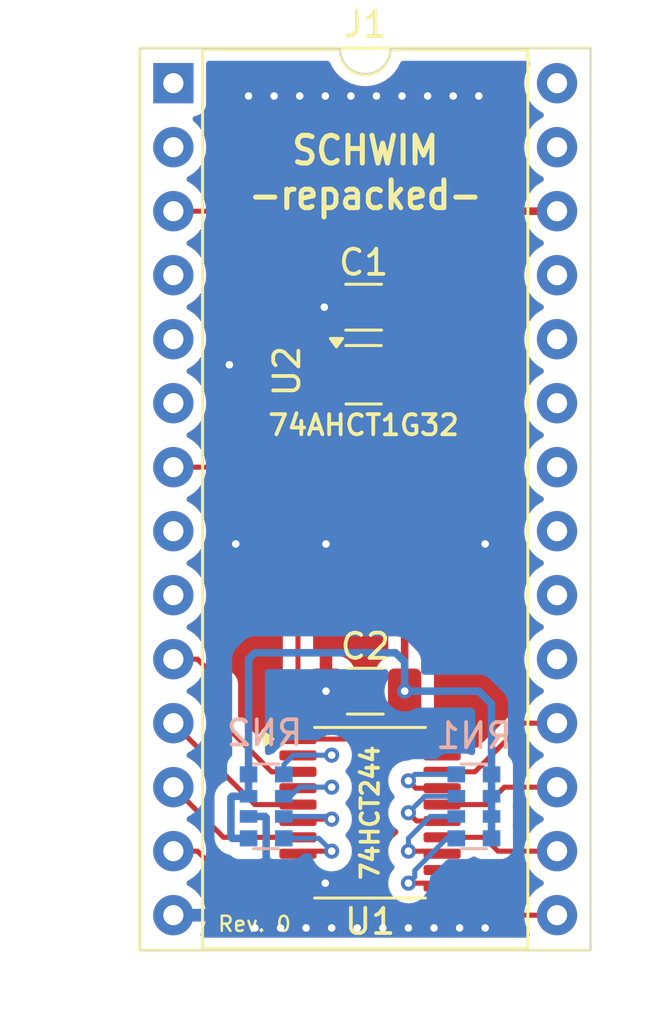
<source format=kicad_pcb>
(kicad_pcb (version 20240108) (generator "pcbnew") (generator_version "8.0")
  (layers (0 "F.Cu" signal) (31 "B.Cu" signal) (34 "B.Paste" user) (35 "F.Paste" user) (36 "B.SilkS" user "B.Silkscreen") (37 "F.SilkS" user "F.Silkscreen") (38 "B.Mask" user) (39 "F.Mask" user) (44 "Edge.Cuts" user))
  (net 0 "")
  (net 1 "GND")
  (net 2 "VCC")
  (net 5 "/D6")
  (net 9 "/A0")
  (net 12 "/D0")
  (net 15 "/D7")
  (net 16 "/D5")
  (net 18 "/D3")
  (net 22 "/D4")
  (net 25 "/~{DEV}")
  (net 26 "/D2")
  (net 28 "/D1")
  (net 29 "/RD3")
  (net 30 "/RD1")
  (net 31 "/RD0")
  (net 32 "/RD2")
  (net 33 "/RD5")
  (net 34 "/RD6")
  (net 35 "/RD4")
  (net 36 "/RD7")
  (net 37 "/CONTROL")
  (footprint "Capacitor_SMD:C_1206_3216Metric_Pad1.33x1.80mm_HandSolder" (layer "F.Cu") (at 95.25 68.072 180)
    (property "Reference" "C1" (at 0 1.778 0) (layer "F.SilkS"))
    (property "Value" "100nF")
    (fp_line (start -0.711252 0.91) (end 0.711252 0.91) (stroke (width 0.12)) (layer "F.SilkS"))
    (fp_line (start -0.711252 -0.91) (end 0.711252 -0.91) (stroke (width 0.12)) (layer "F.SilkS"))
    (pad "1" smd roundrect (at -1.5625 0 180) (size 1.325 1.8) (layers "F.Cu" "F.Paste" "F.Mask") (roundrect_rratio 0.188679) (net 2 "VCC"))
    (pad "2" smd roundrect (at 1.5625 0 180) (size 1.325 1.8) (layers "F.Cu" "F.Paste" "F.Mask") (roundrect_rratio 0.188679) (net 1 "GND"))
  )
  (footprint "Package_TO_SOT_SMD:SOT-353_SC-70-5_Handsoldering" (layer "F.Cu") (at 95.25 70.754)
    (property "Reference" "U2" (at -3.048 -0.142 90) (layer "F.SilkS"))
    (property "Value" "74AHCT1G32" (at 0 2 180) (layer "F.SilkS") (effects (font (size 0.8 0.8))))
    (fp_line (start -0.71 -1.16) (end 0.7 -1.16) (stroke (width 0.12)) (layer "F.SilkS"))
    (fp_line (start -0.7 1.16) (end 0.7 1.16) (stroke (width 0.12)) (layer "F.SilkS"))
    (fp_poly (pts (xy -1.08 -1.11) (xy -1.32 -1.44) (xy -0.84 -1.44) (xy -1.08 -1.11)) (stroke (width 0.12)) (fill solid) (layer "F.SilkS"))
    (pad "1" smd roundrect (at -1.33 -0.65) (size 1.5 0.4) (layers "F.Cu" "F.Paste" "F.Mask") (net 9 "/A0"))
    (pad "2" smd roundrect (at -1.33 0) (size 1.5 0.4) (layers "F.Cu" "F.Paste" "F.Mask") (net 25 "/~{DEV}"))
    (pad "3" smd roundrect (at -1.33 0.65) (size 1.5 0.4) (layers "F.Cu" "F.Paste" "F.Mask") (net 1 "GND"))
    (pad "4" smd roundrect (at 1.33 0.65) (size 1.5 0.4) (layers "F.Cu" "F.Paste" "F.Mask") (net 37 "/CONTROL"))
    (pad "5" smd roundrect (at 1.33 -0.65) (size 1.5 0.4) (layers "F.Cu" "F.Paste" "F.Mask") (net 2 "VCC"))
  )
  (footprint "Package_DIP:DIP-28_W15.24mm_Socket" (layer "F.Cu") (at 87.6915 59.182)
    (property "Reference" "J1" (at 7.62 -2.33 0) (layer "F.SilkS"))
    (property "Value" "SWIM Connector")
    (fp_line (start -1.33 -1.39) (end -1.33 34.41) (stroke (width 0.12)) (layer "F.SilkS"))
    (fp_line (start -1.33 34.41) (end 16.57 34.41) (stroke (width 0.12)) (layer "F.SilkS"))
    (fp_line (start 1.16 -1.33) (end 1.16 34.35) (stroke (width 0.12)) (layer "F.SilkS"))
    (fp_line (start 1.16 34.35) (end 14.08 34.35) (stroke (width 0.12)) (layer "F.SilkS"))
    (fp_line (start 6.62 -1.33) (end 1.16 -1.33) (stroke (width 0.12)) (layer "F.SilkS"))
    (fp_line (start 14.08 -1.33) (end 8.62 -1.33) (stroke (width 0.12)) (layer "F.SilkS"))
    (fp_line (start 14.08 34.35) (end 14.08 -1.33) (stroke (width 0.12)) (layer "F.SilkS"))
    (fp_line (start 16.57 -1.39) (end -1.33 -1.39) (stroke (width 0.12)) (layer "F.SilkS"))
    (fp_line (start 16.57 34.41) (end 16.57 -1.39) (stroke (width 0.12)) (layer "F.SilkS"))
    (fp_arc (start 8.62 -1.33) (mid 7.62 -0.33) (end 6.62 -1.33) (stroke (width 0.12)) (layer "F.SilkS"))
    (pad "1" thru_hole rect (at 0 0) (size 1.6 1.6) (drill 0.8) (layers "*.Cu" "*.Mask"))
    (pad "2" thru_hole oval (at 0 2.54) (size 1.6 1.6) (drill 0.8) (layers "*.Cu" "*.Mask"))
    (pad "3" thru_hole oval (at 0 5.08) (size 1.6 1.6) (drill 0.8) (layers "*.Cu" "*.Mask") (net 9 "/A0"))
    (pad "4" thru_hole oval (at 0 7.62) (size 1.6 1.6) (drill 0.8) (layers "*.Cu" "*.Mask"))
    (pad "5" thru_hole oval (at 0 10.16) (size 1.6 1.6) (drill 0.8) (layers "*.Cu" "*.Mask"))
    (pad "6" thru_hole oval (at 0 12.7) (size 1.6 1.6) (drill 0.8) (layers "*.Cu" "*.Mask"))
    (pad "7" thru_hole oval (at 0 15.24) (size 1.6 1.6) (drill 0.8) (layers "*.Cu" "*.Mask") (net 25 "/~{DEV}"))
    (pad "8" thru_hole oval (at 0 17.78) (size 1.6 1.6) (drill 0.8) (layers "*.Cu" "*.Mask"))
    (pad "9" thru_hole oval (at 0 20.32) (size 1.6 1.6) (drill 0.8) (layers "*.Cu" "*.Mask"))
    (pad "10" thru_hole oval (at 0 22.86) (size 1.6 1.6) (drill 0.8) (layers "*.Cu" "*.Mask") (net 12 "/D0"))
    (pad "11" thru_hole oval (at 0 25.4) (size 1.6 1.6) (drill 0.8) (layers "*.Cu" "*.Mask") (net 28 "/D1"))
    (pad "12" thru_hole oval (at 0 27.94) (size 1.6 1.6) (drill 0.8) (layers "*.Cu" "*.Mask") (net 26 "/D2"))
    (pad "13" thru_hole oval (at 0 30.48) (size 1.6 1.6) (drill 0.8) (layers "*.Cu" "*.Mask") (net 18 "/D3"))
    (pad "14" thru_hole oval (at 0 33.02) (size 1.6 1.6) (drill 0.8) (layers "*.Cu" "*.Mask") (net 1 "GND"))
    (pad "15" thru_hole oval (at 15.24 33.02) (size 1.6 1.6) (drill 0.8) (layers "*.Cu" "*.Mask") (net 22 "/D4"))
    (pad "16" thru_hole oval (at 15.24 30.48) (size 1.6 1.6) (drill 0.8) (layers "*.Cu" "*.Mask") (net 16 "/D5"))
    (pad "17" thru_hole oval (at 15.24 27.94) (size 1.6 1.6) (drill 0.8) (layers "*.Cu" "*.Mask") (net 5 "/D6"))
    (pad "18" thru_hole oval (at 15.24 25.4) (size 1.6 1.6) (drill 0.8) (layers "*.Cu" "*.Mask") (net 15 "/D7"))
    (pad "19" thru_hole oval (at 15.24 22.86) (size 1.6 1.6) (drill 0.8) (layers "*.Cu" "*.Mask"))
    (pad "20" thru_hole oval (at 15.24 20.32) (size 1.6 1.6) (drill 0.8) (layers "*.Cu" "*.Mask"))
    (pad "21" thru_hole oval (at 15.24 17.78) (size 1.6 1.6) (drill 0.8) (layers "*.Cu" "*.Mask"))
    (pad "22" thru_hole oval (at 15.24 15.24) (size 1.6 1.6) (drill 0.8) (layers "*.Cu" "*.Mask"))
    (pad "23" thru_hole oval (at 15.24 12.7) (size 1.6 1.6) (drill 0.8) (layers "*.Cu" "*.Mask"))
    (pad "24" thru_hole oval (at 15.24 10.16) (size 1.6 1.6) (drill 0.8) (layers "*.Cu" "*.Mask"))
    (pad "25" thru_hole oval (at 15.24 7.62) (size 1.6 1.6) (drill 0.8) (layers "*.Cu" "*.Mask"))
    (pad "26" thru_hole oval (at 15.24 5.08) (size 1.6 1.6) (drill 0.8) (layers "*.Cu" "*.Mask") (net 2 "VCC"))
    (pad "27" thru_hole oval (at 15.24 2.54) (size 1.6 1.6) (drill 0.8) (layers "*.Cu" "*.Mask"))
    (pad "28" thru_hole oval (at 15.24 0) (size 1.6 1.6) (drill 0.8) (layers "*.Cu" "*.Mask"))
  )
  (footprint "Capacitor_SMD:C_1206_3216Metric_Pad1.33x1.80mm_HandSolder" (layer "F.Cu") (at 95.3165 83.312 180)
    (property "Reference" "C2" (at 0 1.778 180) (layer "F.SilkS"))
    (property "Value" "100nF")
    (fp_line (start -0.711252 0.91) (end 0.711252 0.91) (stroke (width 0.12)) (layer "F.SilkS"))
    (fp_line (start -0.711252 -0.91) (end 0.711252 -0.91) (stroke (width 0.12)) (layer "F.SilkS"))
    (pad "1" smd roundrect (at -1.5625 0 180) (size 1.325 1.8) (layers "F.Cu" "F.Paste" "F.Mask") (roundrect_rratio 0.188679) (net 2 "VCC"))
    (pad "2" smd roundrect (at 1.5625 0 180) (size 1.325 1.8) (layers "F.Cu" "F.Paste" "F.Mask") (roundrect_rratio 0.188679) (net 1 "GND"))
  )
  (footprint "Package_SO:TSSOP-20_4.4x6.5mm_P0.65mm" (layer "F.Cu") (at 95.504 88.138)
    (property "Reference" "U1" (at 0 4.318 0) (layer "F.SilkS"))
    (property "Value" "74HCT244" (at 0 0 90) (layer "F.SilkS") (effects (font (size 0.7 0.7))))
    (fp_line (start 0 -3.385) (end -2.2 -3.385) (stroke (width 0.12)) (layer "F.SilkS"))
    (fp_line (start 0 -3.385) (end 2.2 -3.385) (stroke (width 0.12)) (layer "F.SilkS"))
    (fp_line (start 0 3.385) (end -2.2 3.385) (stroke (width 0.12)) (layer "F.SilkS"))
    (fp_line (start 0 3.385) (end 2.2 3.385) (stroke (width 0.12)) (layer "F.SilkS"))
    (fp_poly (pts (xy -3.86 -2.925) (xy -4.19 -3.165) (xy -4.19 -2.685) (xy -3.86 -2.925)) (stroke (width 0.12)) (fill solid) (layer "F.SilkS"))
    (pad "1" smd roundrect (at -2.8625 -2.925) (size 1.475 0.4) (layers "F.Cu" "F.Paste" "F.Mask") (net 37 "/CONTROL"))
    (pad "2" smd roundrect (at -2.8625 -2.275) (size 1.475 0.4) (layers "F.Cu" "F.Paste" "F.Mask") (net 36 "/RD7"))
    (pad "3" smd roundrect (at -2.8625 -1.625) (size 1.475 0.4) (layers "F.Cu" "F.Paste" "F.Mask") (net 12 "/D0"))
    (pad "4" smd roundrect (at -2.8625 -0.975) (size 1.475 0.4) (layers "F.Cu" "F.Paste" "F.Mask") (net 34 "/RD6"))
    (pad "5" smd roundrect (at -2.8625 -0.325) (size 1.475 0.4) (layers "F.Cu" "F.Paste" "F.Mask") (net 28 "/D1"))
    (pad "6" smd roundrect (at -2.8625 0.325) (size 1.475 0.4) (layers "F.Cu" "F.Paste" "F.Mask") (net 33 "/RD5"))
    (pad "7" smd roundrect (at -2.8625 0.975) (size 1.475 0.4) (layers "F.Cu" "F.Paste" "F.Mask") (net 26 "/D2"))
    (pad "8" smd roundrect (at -2.8625 1.625) (size 1.475 0.4) (layers "F.Cu" "F.Paste" "F.Mask") (net 35 "/RD4"))
    (pad "9" smd roundrect (at -2.8625 2.275) (size 1.475 0.4) (layers "F.Cu" "F.Paste" "F.Mask") (net 18 "/D3"))
    (pad "10" smd roundrect (at -2.8625 2.925) (size 1.475 0.4) (layers "F.Cu" "F.Paste" "F.Mask") (net 1 "GND"))
    (pad "11" smd roundrect (at 2.8625 2.925) (size 1.475 0.4) (layers "F.Cu" "F.Paste" "F.Mask") (net 29 "/RD3"))
    (pad "12" smd roundrect (at 2.8625 2.275) (size 1.475 0.4) (layers "F.Cu" "F.Paste" "F.Mask") (net 22 "/D4"))
    (pad "13" smd roundrect (at 2.8625 1.625) (size 1.475 0.4) (layers "F.Cu" "F.Paste" "F.Mask") (net 32 "/RD2"))
    (pad "14" smd roundrect (at 2.8625 0.975) (size 1.475 0.4) (layers "F.Cu" "F.Paste" "F.Mask") (net 16 "/D5"))
    (pad "15" smd roundrect (at 2.8625 0.325) (size 1.475 0.4) (layers "F.Cu" "F.Paste" "F.Mask") (net 30 "/RD1"))
    (pad "16" smd roundrect (at 2.8625 -0.325) (size 1.475 0.4) (layers "F.Cu" "F.Paste" "F.Mask") (net 5 "/D6"))
    (pad "17" smd roundrect (at 2.8625 -0.975) (size 1.475 0.4) (layers "F.Cu" "F.Paste" "F.Mask") (net 31 "/RD0"))
    (pad "18" smd roundrect (at 2.8625 -1.625) (size 1.475 0.4) (layers "F.Cu" "F.Paste" "F.Mask") (net 15 "/D7"))
    (pad "19" smd roundrect (at 2.8625 -2.275) (size 1.475 0.4) (layers "F.Cu" "F.Paste" "F.Mask") (net 37 "/CONTROL"))
    (pad "20" smd roundrect (at 2.8625 -2.925) (size 1.475 0.4) (layers "F.Cu" "F.Paste" "F.Mask") (net 2 "VCC"))
  )
  (footprint "Resistor_SMD:R_Array_Convex_4x0612" (layer "B.Cu") (at 91.378 87.884)
    (property "Reference" "RN2" (at -0.064 -2.911 0) (layer "B.SilkS") (effects (justify mirror)))
    (property "Value" "4.7K")
    (fp_line (start -0.5 -1.68) (end 0.5 -1.68) (stroke (width 0.12)) (layer "B.SilkS"))
    (fp_line (start -0.5 1.68) (end 0.5 1.68) (stroke (width 0.12)) (layer "B.SilkS"))
    (pad "1" smd rect (at -0.7 1.27) (size 0.7 0.64) (layers "B.Cu" "B.Paste" "B.Mask") (net 2 "VCC"))
    (pad "2" smd rect (at -0.7 0.4) (size 0.7 0.5) (layers "B.Cu" "B.Paste" "B.Mask") (net 1 "GND"))
    (pad "3" smd rect (at -0.7 -0.4) (size 0.7 0.5) (layers "B.Cu" "B.Paste" "B.Mask") (net 2 "VCC"))
    (pad "4" smd rect (at -0.7 -1.27) (size 0.7 0.64) (layers "B.Cu" "B.Paste" "B.Mask") (net 2 "VCC"))
    (pad "5" smd rect (at 0.7 -1.27) (size 0.7 0.64) (layers "B.Cu" "B.Paste" "B.Mask") (net 36 "/RD7"))
    (pad "6" smd rect (at 0.7 -0.4) (size 0.7 0.5) (layers "B.Cu" "B.Paste" "B.Mask") (net 34 "/RD6"))
    (pad "7" smd rect (at 0.7 0.4) (size 0.7 0.5) (layers "B.Cu" "B.Paste" "B.Mask") (net 33 "/RD5"))
    (pad "8" smd rect (at 0.7 1.27) (size 0.7 0.64) (layers "B.Cu" "B.Paste" "B.Mask") (net 35 "/RD4"))
  )
  (footprint "Resistor_SMD:R_Array_Convex_4x0612" (layer "B.Cu") (at 99.63 87.884 180)
    (property "Reference" "RN1" (at 0 2.8 0) (layer "B.SilkS") (effects (justify mirror)))
    (property "Value" "4.7K")
    (fp_line (start -0.5 1.68) (end 0.5 1.68) (stroke (width 0.12)) (layer "B.SilkS"))
    (fp_line (start -0.5 -1.68) (end 0.5 -1.68) (stroke (width 0.12)) (layer "B.SilkS"))
    (pad "1" smd rect (at -0.7 1.27 180) (size 0.7 0.64) (layers "B.Cu" "B.Paste" "B.Mask") (net 2 "VCC"))
    (pad "2" smd rect (at -0.7 0.4 180) (size 0.7 0.5) (layers "B.Cu" "B.Paste" "B.Mask") (net 2 "VCC"))
    (pad "3" smd rect (at -0.7 -0.4 180) (size 0.7 0.5) (layers "B.Cu" "B.Paste" "B.Mask") (net 2 "VCC"))
    (pad "4" smd rect (at -0.7 -1.27 180) (size 0.7 0.64) (layers "B.Cu" "B.Paste" "B.Mask") (net 2 "VCC"))
    (pad "5" smd rect (at 0.7 -1.27 180) (size 0.7 0.64) (layers "B.Cu" "B.Paste" "B.Mask") (net 29 "/RD3"))
    (pad "6" smd rect (at 0.7 -0.4 180) (size 0.7 0.5) (layers "B.Cu" "B.Paste" "B.Mask") (net 32 "/RD2"))
    (pad "7" smd rect (at 0.7 0.4 180) (size 0.7 0.5) (layers "B.Cu" "B.Paste" "B.Mask") (net 30 "/RD1"))
    (pad "8" smd rect (at 0.7 1.27 180) (size 0.7 0.64) (layers "B.Cu" "B.Paste" "B.Mask") (net 31 "/RD0"))
  )
  (gr_line (start 96.3168 57.792) (end 104.2615 57.792) (stroke (width 0.05)) (layer "Edge.Cuts"))
  (gr_line (start 104.2615 93.592) (end 86.3615 93.592) (stroke (width 0.05)) (layer "Edge.Cuts"))
  (gr_line (start 86.3615 57.792) (end 94.3062 57.792) (stroke (width 0.05)) (layer "Edge.Cuts"))
  (gr_line (start 86.3615 93.592) (end 86.3615 57.792) (stroke (width 0.05)) (layer "Edge.Cuts"))
  (gr_line (start 104.2615 57.792) (end 104.2615 93.592) (stroke (width 0.05)) (layer "Edge.Cuts"))
  (gr_arc (start 96.3168 57.792) (mid 95.3115 58.7973) (end 94.3062 57.792) (stroke (width 0.05)) (layer "Edge.Cuts"))
  (gr_text "SCHWIM\n-repacked-" (at 95.3165 62.738 0) (layer "F.SilkS") (effects (font (size 1.1 1) (thickness 0.2) (bold yes))))
  (gr_text "Rev. 0" (at 89.408 92.202 0) (layer "F.SilkS") (effects (font (size 0.6 0.6) (thickness 0.1) (bold yes)) (justify left top)))
  (segment (start 90.678 59.69) (end 99.822 59.69) (width 0.3) (layer "F.Cu") (net 1))
  (segment (start 94.488 68.072) (end 93.6875 68.072) (width 0.3) (layer "F.Cu") (net 1))
  (segment (start 95.25 68.834) (end 94.488 68.072) (width 0.3) (layer "F.Cu") (net 1))
  (segment (start 95.25 70.823999) (end 95.25 68.834) (width 0.3) (layer "F.Cu") (net 1))
  (segment (start 94.669999 71.404) (end 95.25 70.823999) (width 0.3) (layer "F.Cu") (net 1))
  (segment (start 100.076 92.71) (end 90.932 92.71) (width 0.3) (layer "F.Cu") (net 1))
  (segment (start 93.6875 59.7285) (end 93.726 59.69) (width 0.3) (layer "F.Cu") (net 1))
  (segment (start 93.754 83.312) (end 93.754 77.47) (width 0.3) (layer "F.Cu") (net 1))
  (segment (start 93.726 90.932) (end 93.595 91.063) (width 0.3) (layer "F.Cu") (net 1))
  (segment (start 93.92 71.404) (end 94.669999 71.404) (width 0.3) (layer "F.Cu") (net 1))
  (segment (start 93.6875 68.072) (end 93.6875 59.7285) (width 0.3) (layer "F.Cu") (net 1))
  (segment (start 93.595 91.063) (end 92.6415 91.063) (width 0.3) (layer "F.Cu") (net 1))
  (via (at 91.948 92.71) (size 0.6) (drill 0.3) (layers "F.Cu" "B.Cu") (net 1))
  (via (at 94.996 92.71) (size 0.6) (drill 0.3) (layers "F.Cu" "B.Cu") (net 1))
  (via (at 96.012 92.71) (size 0.6) (drill 0.3) (layers "F.Cu" "B.Cu") (net 1))
  (via (at 93.6875 68.072) (size 0.6) (drill 0.3) (layers "F.Cu" "B.Cu") (net 1))
  (via (at 96.774 59.69) (size 0.6) (drill 0.3) (layers "F.Cu" "B.Cu") (net 1))
  (via (at 93.726 90.932) (size 0.6) (drill 0.3) (layers "F.Cu" "B.Cu") (net 1))
  (via (at 93.754 83.312) (size 0.6) (drill 0.3) (layers "F.Cu" "B.Cu") (net 1))
  (via (at 98.806 59.69) (size 0.6) (drill 0.3) (layers "F.Cu" "B.Cu") (net 1))
  (via (at 99.06 92.71) (size 0.6) (drill 0.3) (layers "F.Cu" "B.Cu") (net 1))
  (via (at 90.678 59.69) (size 0.6) (drill 0.3) (layers "F.Cu" "B.Cu") (net 1))
  (via (at 90.932 92.71) (size 0.6) (drill 0.3) (layers "F.Cu" "B.Cu") (net 1))
  (via (at 100.076 92.71) (size 0.6) (drill 0.3) (layers "F.Cu" "B.Cu") (net 1))
  (via (at 93.98 92.71) (size 0.6) (drill 0.3) (layers "F.Cu" "B.Cu") (net 1))
  (via (at 92.964 92.71) (size 0.6) (drill 0.3) (layers "F.Cu" "B.Cu") (net 1))
  (via (at 98.044 92.71) (size 0.6) (drill 0.3) (layers "F.Cu" "B.Cu") (net 1))
  (via (at 100.076 77.47) (size 0.6) (drill 0.3) (layers "F.Cu" "B.Cu") (net 1))
  (via (at 97.79 59.69) (size 0.6) (drill 0.3) (layers "F.Cu" "B.Cu") (net 1))
  (via (at 93.754 77.47) (size 0.6) (drill 0.3) (layers "F.Cu" "B.Cu") (net 1))
  (via (at 99.822 59.69) (size 0.6) (drill 0.3) (layers "F.Cu" "B.Cu") (net 1))
  (via (at 91.694 59.69) (size 0.6) (drill 0.3) (layers "F.Cu" "B.Cu") (net 1))
  (via (at 90.17 77.47) (size 0.6) (drill 0.3) (layers "F.Cu" "B.Cu") (net 1))
  (via (at 95.758 59.69) (size 0.6) (drill 0.3) (layers "F.Cu" "B.Cu") (net 1))
  (via (at 94.742 59.69) (size 0.6) (drill 0.3) (layers "F.Cu" "B.Cu") (net 1))
  (via (at 93.726 59.69) (size 0.6) (drill 0.3) (layers "F.Cu" "B.Cu") (net 1))
  (via (at 97.028 92.71) (size 0.6) (drill 0.3) (layers "F.Cu" "B.Cu") (net 1))
  (via (at 92.71 59.69) (size 0.6) (drill 0.3) (layers "F.Cu" "B.Cu") (net 1))
  (via (at 89.916 70.358) (size 0.6) (drill 0.3) (layers "F.Cu" "B.Cu") (net 1))
  (segment (start 90.17 77.47) (end 89.916 77.216) (width 0.3) (layer "B.Cu") (net 1))
  (segment (start 87.6915 92.202) (end 91.44 92.202) (width 0.3) (layer "B.Cu") (net 1))
  (segment (start 91.44 92.202) (end 92.964 92.202) (width 0.3) (layer "B.Cu") (net 1))
  (segment (start 94.996 90.678) (end 94.742 90.932) (width 0.3) (layer "B.Cu") (net 1))
  (segment (start 92.964 92.202) (end 93.218 92.202) (width 0.3) (layer "B.Cu") (net 1))
  (segment (start 93.754 77.47) (end 93.754 73.632) (width 0.3) (layer "B.Cu") (net 1))
  (segment (start 94.996 88.392) (end 94.996 90.678) (width 0.3) (layer "B.Cu") (net 1))
  (segment (start 91.328 88.284) (end 91.378 88.334) (width 0.3) (layer "B.Cu") (net 1))
  (segment (start 94.742 90.932) (end 93.726 90.932) (width 0.3) (layer "B.Cu") (net 1))
  (segment (start 93.754 83.312) (end 94.488 83.312) (width 0.3) (layer "B.Cu") (net 1))
  (segment (start 93.218 92.202) (end 93.726 91.694) (width 0.3) (layer "B.Cu") (net 1))
  (segment (start 91.378 88.334) (end 91.378 92.14) (width 0.3) (layer "B.Cu") (net 1))
  (segment (start 94.488 83.312) (end 94.996 83.82) (width 0.3) (layer "B.Cu") (net 1))
  (segment (start 93.754 90.904) (end 93.726 90.932) (width 0.3) (layer "B.Cu") (net 1))
  (segment (start 94.742 68.58) (end 94.488 68.326) (width 0.3) (layer "B.Cu") (net 1))
  (segment (start 94.996 83.82) (end 94.996 88.392) (width 0.3) (layer "B.Cu") (net 1))
  (segment (start 94.742 72.644) (end 94.742 68.58) (width 0.3) (layer "B.Cu") (net 1))
  (segment (start 93.9415 68.326) (end 93.6875 68.072) (width 0.3) (layer "B.Cu") (net 1))
  (segment (start 94.488 68.326) (end 93.9415 68.326) (width 0.3) (layer "B.Cu") (net 1))
  (segment (start 100.076 77.47) (end 93.754 77.47) (width 0.3) (layer "B.Cu") (net 1))
  (segment (start 93.754 77.47) (end 90.17 77.47) (width 0.3) (layer "B.Cu") (net 1))
  (segment (start 90.678 88.284) (end 91.328 88.284) (width 0.3) (layer "B.Cu") (net 1))
  (segment (start 91.378 92.14) (end 91.44 92.202) (width 0.3) (layer "B.Cu") (net 1))
  (segment (start 93.726 91.694) (end 93.726 90.932) (width 0.3) (layer "B.Cu") (net 1))
  (segment (start 89.916 77.216) (end 89.916 70.358) (width 0.3) (layer "B.Cu") (net 1))
  (segment (start 92.964 92.71) (end 92.964 92.202) (width 0.3) (layer "B.Cu") (net 1))
  (segment (start 93.754 73.632) (end 94.742 72.644) (width 0.3) (layer "B.Cu") (net 1))
  (segment (start 97.3034 85.213) (end 98.3665 85.213) (width 0.3) (layer "F.Cu") (net 2))
  (segment (start 100.33 75.692) (end 99.314 76.708) (width 0.3) (layer "F.Cu") (net 2))
  (segment (start 96.58 70.104) (end 100.076 70.104) (width 0.3) (layer "F.Cu") (net 2))
  (segment (start 100.076 70.104) (end 100.33 70.358) (width 0.3) (layer "F.Cu") (net 2))
  (segment (start 96.58 70.104) (end 96.58 68.3045) (width 0.3) (layer "F.Cu") (net 2))
  (segment (start 102.9315 64.262) (end 101.1428 64.262) (width 0.3) (layer "F.Cu") (net 2))
  (segment (start 98.044 76.708) (end 96.879 77.873) (width 0.3) (layer "F.Cu") (net 2))
  (segment (start 100.33 70.358) (end 100.33 65.0748) (width 0.3) (layer "F.Cu") (net 2))
  (segment (start 100.33 65.0748) (end 101.1428 64.262) (width 0.3) (layer "F.Cu") (net 2))
  (segment (start 96.58 68.3045) (end 96.8125 68.072) (width 0.3) (layer "F.Cu") (net 2))
  (segment (start 96.879 84.7886) (end 97.3034 85.213) (width 0.3) (layer "F.Cu") (net 2))
  (segment (start 100.33 70.358) (end 100.33 75.692) (width 0.3) (layer "F.Cu") (net 2))
  (segment (start 96.879 77.873) (end 96.879 83.312) (width 0.3) (layer "F.Cu") (net 2))
  (segment (start 99.314 76.708) (end 98.044 76.708) (width 0.3) (layer "F.Cu") (net 2))
  (segment (start 96.879 83.312) (end 96.879 84.7886) (width 0.3) (layer "F.Cu") (net 2))
  (via (at 96.879 83.312) (size 0.6) (drill 0.3) (layers "F.Cu" "B.Cu") (net 2))
  (segment (start 90.028 87.484) (end 90.678 87.484) (width 0.3) (layer "B.Cu") (net 2))
  (segment (start 99.822 83.312) (end 96.879 83.312) (width 0.3) (layer "B.Cu") (net 2))
  (segment (start 100.33 86.614) (end 100.33 83.82) (width 0.3) (layer "B.Cu") (net 2))
  (segment (start 96.52 81.788) (end 96.879 82.147) (width 0.3) (layer "B.Cu") (net 2))
  (segment (start 100.33 86.614) (end 100.33 89.154) (width 0.3) (layer "B.Cu") (net 2))
  (segment (start 90.932 81.788) (end 96.52 81.788) (width 0.3) (layer "B.Cu") (net 2))
  (segment (start 90.678 86.614) (end 90.678 82.042) (width 0.3) (layer "B.Cu") (net 2))
  (segment (start 90.678 89.154) (end 90.028 89.154) (width 0.3) (layer "B.Cu") (net 2))
  (segment (start 90.678 82.042) (end 90.932 81.788) (width 0.3) (layer "B.Cu") (net 2))
  (segment (start 89.978 87.534) (end 90.028 87.484) (width 0.3) (layer "B.Cu") (net 2))
  (segment (start 90.678 86.614) (end 90.678 87.484) (width 0.3) (layer "B.Cu") (net 2))
  (segment (start 90.028 89.154) (end 89.978 89.104) (width 0.3) (layer "B.Cu") (net 2))
  (segment (start 96.879 82.147) (end 96.879 83.312) (width 0.3) (layer "B.Cu") (net 2))
  (segment (start 100.33 83.82) (end 99.822 83.312) (width 0.3) (layer "B.Cu") (net 2))
  (segment (start 89.978 89.104) (end 89.978 87.534) (width 0.3) (layer "B.Cu") (net 2))
  (segment (start 98.3665 87.813) (end 100.147 87.813) (width 0.2) (layer "F.Cu") (net 5))
  (segment (start 100.147 87.813) (end 100.838 87.122) (width 0.2) (layer "F.Cu") (net 5))
  (segment (start 100.838 87.122) (end 102.9315 87.122) (width 0.2) (layer "F.Cu") (net 5))
  (segment (start 87.6915 64.262) (end 90.424 64.262) (width 0.2) (layer "F.Cu") (net 9))
  (segment (start 92.202 70.104) (end 93.92 70.104) (width 0.2) (layer "F.Cu") (net 9))
  (segment (start 90.424 64.262) (end 91.186 65.024) (width 0.2) (layer "F.Cu") (net 9))
  (segment (start 91.186 69.088) (end 92.202 70.104) (width 0.2) (layer "F.Cu") (net 9))
  (segment (start 91.186 65.024) (end 91.186 69.088) (width 0.2) (layer "F.Cu") (net 9))
  (segment (start 91.593 86.513) (end 92.6415 86.513) (width 0.2) (layer "F.Cu") (net 12))
  (segment (start 88.646 82.042) (end 89.662 83.058) (width 0.2) (layer "F.Cu") (net 12))
  (segment (start 87.6915 82.042) (end 88.646 82.042) (width 0.2) (layer "F.Cu") (net 12))
  (segment (start 89.662 84.582) (end 91.593 86.513) (width 0.2) (layer "F.Cu") (net 12))
  (segment (start 89.662 83.058) (end 89.662 84.582) (width 0.2) (layer "F.Cu") (net 12))
  (segment (start 101.6 84.582) (end 102.9315 84.582) (width 0.2) (layer "F.Cu") (net 15))
  (segment (start 99.669 86.513) (end 101.6 84.582) (width 0.2) (layer "F.Cu") (net 15))
  (segment (start 98.3665 86.513) (end 99.669 86.513) (width 0.2) (layer "F.Cu") (net 15))
  (segment (start 100.584 89.662) (end 102.9315 89.662) (width 0.2) (layer "F.Cu") (net 16))
  (segment (start 100.035 89.113) (end 100.584 89.662) (width 0.2) (layer "F.Cu") (net 16))
  (segment (start 98.3665 89.113) (end 100.035 89.113) (width 0.2) (layer "F.Cu") (net 16))
  (segment (start 89.397 90.413) (end 88.646 89.662) (width 0.2) (layer "F.Cu") (net 18))
  (segment (start 92.6415 90.413) (end 89.397 90.413) (width 0.2) (layer "F.Cu") (net 18))
  (segment (start 88.646 89.662) (end 87.6915 89.662) (width 0.2) (layer "F.Cu") (net 18))
  (segment (start 99.811 90.413) (end 100.33 90.932) (width 0.2) (layer "F.Cu") (net 22))
  (segment (start 100.33 91.948) (end 100.584 92.202) (width 0.2) (layer "F.Cu") (net 22))
  (segment (start 98.3665 90.413) (end 99.811 90.413) (width 0.2) (layer "F.Cu") (net 22))
  (segment (start 100.33 90.932) (end 100.33 91.948) (width 0.2) (layer "F.Cu") (net 22))
  (segment (start 100.584 92.202) (end 102.9315 92.202) (width 0.2) (layer "F.Cu") (net 22))
  (segment (start 91.806 70.754) (end 93.92 70.754) (width 0.2) (layer "F.Cu") (net 25))
  (segment (start 91.186 74.168) (end 91.186 71.374) (width 0.2) (layer "F.Cu") (net 25))
  (segment (start 87.6915 74.422) (end 90.932 74.422) (width 0.2) (layer "F.Cu") (net 25))
  (segment (start 90.932 74.422) (end 91.186 74.168) (width 0.2) (layer "F.Cu") (net 25))
  (segment (start 91.186 71.374) (end 91.806 70.754) (width 0.2) (layer "F.Cu") (net 25))
  (segment (start 89.6825 89.113) (end 87.6915 87.122) (width 0.2) (layer "F.Cu") (net 26))
  (segment (start 92.6415 89.113) (end 89.6825 89.113) (width 0.2) (layer "F.Cu") (net 26))
  (segment (start 87.6915 84.582) (end 90.9225 87.813) (width 0.2) (layer "F.Cu") (net 28))
  (segment (start 90.9225 87.813) (end 92.6415 87.813) (width 0.2) (layer "F.Cu") (net 28))
  (segment (start 97.028 90.932) (end 98.2355 90.932) (width 0.2) (layer "F.Cu") (net 29))
  (segment (start 98.2355 90.932) (end 98.3665 91.063) (width 0.2) (layer "F.Cu") (net 29))
  (via (at 97.028 90.932) (size 0.6) (drill 0.3) (layers "F.Cu" "B.Cu") (net 29))
  (segment (start 98.552 89.154) (end 97.282 90.424) (width 0.2) (layer "B.Cu") (net 29))
  (segment (start 97.282 90.678) (end 97.028 90.932) (width 0.2) (layer "B.Cu") (net 29))
  (segment (start 98.93 89.154) (end 98.552 89.154) (width 0.2) (layer "B.Cu") (net 29))
  (segment (start 97.282 90.424) (end 97.282 90.678) (width 0.2) (layer "B.Cu") (net 29))
  (segment (start 97.353 88.463) (end 98.3665 88.463) (width 0.2) (layer "F.Cu") (net 30))
  (segment (start 97.028 88.138) (end 97.353 88.463) (width 0.2) (layer "F.Cu") (net 30))
  (via (at 97.028 88.138) (size 0.6) (drill 0.3) (layers "F.Cu" "B.Cu") (net 30))
  (segment (start 98.93 87.484) (end 97.682 87.484) (width 0.2) (layer "B.Cu") (net 30))
  (segment (start 97.682 87.484) (end 97.028 88.138) (width 0.2) (layer "B.Cu") (net 30))
  (segment (start 97.028 86.868) (end 97.323 87.163) (width 0.2) (layer "F.Cu") (net 31))
  (segment (start 97.323 87.163) (end 98.3665 87.163) (width 0.2) (layer "F.Cu") (net 31))
  (via (at 97.028 86.868) (size 0.6) (drill 0.3) (layers "F.Cu" "B.Cu") (net 31))
  (segment (start 97.282 86.614) (end 97.028 86.868) (width 0.2) (layer "B.Cu") (net 31))
  (segment (start 98.93 86.614) (end 97.282 86.614) (width 0.2) (layer "B.Cu") (net 31))
  (segment (start 97.028 89.662) (end 98.2655 89.662) (width 0.2) (layer "F.Cu") (net 32))
  (segment (start 98.2655 89.662) (end 98.3665 89.763) (width 0.2) (layer "F.Cu") (net 32))
  (via (at 97.028 89.662) (size 0.6) (drill 0.3) (layers "F.Cu" "B.Cu") (net 32))
  (segment (start 97.028 89.154) (end 97.028 89.662) (width 0.2) (layer "B.Cu") (net 32))
  (segment (start 97.898 88.284) (end 97.028 89.154) (width 0.2) (layer "B.Cu") (net 32))
  (segment (start 98.93 88.284) (end 97.898 88.284) (width 0.2) (layer "B.Cu") (net 32))
  (segment (start 93.98 88.392) (end 92.7125 88.392) (width 0.2) (layer "F.Cu") (net 33))
  (segment (start 92.7125 88.392) (end 92.6415 88.463) (width 0.2) (layer "F.Cu") (net 33))
  (via (at 93.98 88.392) (size 0.6) (drill 0.3) (layers "F.Cu" "B.Cu") (net 33))
  (segment (start 93.872 88.284) (end 93.98 88.392) (width 0.2) (layer "B.Cu") (net 33))
  (segment (start 92.078 88.284) (end 93.872 88.284) (width 0.2) (layer "B.Cu") (net 33))
  (segment (start 93.98 87.122) (end 92.6825 87.122) (width 0.2) (layer "F.Cu") (net 34))
  (segment (start 92.6825 87.122) (end 92.6415 87.163) (width 0.2) (layer "F.Cu") (net 34))
  (via (at 93.98 87.122) (size 0.6) (drill 0.3) (layers "F.Cu" "B.Cu") (net 34))
  (segment (start 92.71 87.122) (end 93.98 87.122) (width 0.2) (layer "B.Cu") (net 34))
  (segment (start 92.078 87.484) (end 92.348 87.484) (width 0.2) (layer "B.Cu") (net 34))
  (segment (start 92.348 87.484) (end 92.71 87.122) (width 0.2) (layer "B.Cu") (net 34))
  (segment (start 93.98 89.662) (end 92.7425 89.662) (width 0.2) (layer "F.Cu") (net 35))
  (segment (start 92.7425 89.662) (end 92.6415 89.763) (width 0.2) (layer "F.Cu") (net 35))
  (via (at 93.98 89.662) (size 0.6) (drill 0.3) (layers "F.Cu" "B.Cu") (net 35))
  (segment (start 93.472 89.154) (end 93.98 89.662) (width 0.2) (layer "B.Cu") (net 35))
  (segment (start 92.078 89.154) (end 93.472 89.154) (width 0.2) (layer "B.Cu") (net 35))
  (segment (start 93.98 85.852) (end 92.6525 85.852) (width 0.2) (layer "F.Cu") (net 36))
  (segment (start 92.6525 85.852) (end 92.6415 85.863) (width 0.2) (layer "F.Cu") (net 36))
  (via (at 93.98 85.852) (size 0.6) (drill 0.3) (layers "F.Cu" "B.Cu") (net 36))
  (segment (start 92.078 86.614) (end 92.078 86.23) (width 0.2) (layer "B.Cu") (net 36))
  (segment (start 92.078 86.23) (end 92.456 85.852) (width 0.2) (layer "B.Cu") (net 36))
  (segment (start 92.456 85.852) (end 93.98 85.852) (width 0.2) (layer "B.Cu") (net 36))
  (segment (start 92.6415 76.0145) (end 93.218 75.438) (width 0.2) (layer "F.Cu") (net 37))
  (segment (start 95.5254 85.213) (end 92.6415 85.213) (width 0.2) (layer "F.Cu") (net 37))
  (segment (start 91.694 85.213) (end 92.6415 85.213) (width 0.2) (layer "F.Cu") (net 37))
  (segment (start 96.58 74.87) (end 96.58 71.404) (width 0.2) (layer "F.Cu") (net 37))
  (segment (start 98.3665 85.863) (end 96.1754 85.863) (width 0.2) (layer "F.Cu") (net 37))
  (segment (start 96.1754 85.863) (end 95.5254 85.213) (width 0.2) (layer "F.Cu") (net 37))
  (segment (start 92.6415 85.213) (end 92.6415 76.0145) (width 0.2) (layer "F.Cu") (net 37))
  (segment (start 93.218 75.438) (end 96.012 75.438) (width 0.2) (layer "F.Cu") (net 37))
  (segment (start 96.012 75.438) (end 96.58 74.87) (width 0.2) (layer "F.Cu") (net 37))
  (zone (net 1) (net_name "GND") (layers "F&B.Cu") (connect_pads (clearance 0.5)) (min_thickness 0.25) (fill yes (thermal_gap 0.5) (thermal_bridge_width 0.5))
    (polygon (pts (xy 83.82 55.88) (xy 106.68 55.88) (xy 106.68 96.52) (xy 83.82 96.52)))
  )
)
</source>
